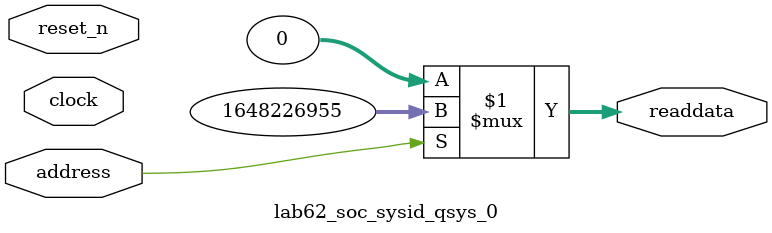
<source format=v>



// synthesis translate_off
`timescale 1ns / 1ps
// synthesis translate_on

// turn off superfluous verilog processor warnings 
// altera message_level Level1 
// altera message_off 10034 10035 10036 10037 10230 10240 10030 

module lab62_soc_sysid_qsys_0 (
               // inputs:
                address,
                clock,
                reset_n,

               // outputs:
                readdata
             )
;

  output  [ 31: 0] readdata;
  input            address;
  input            clock;
  input            reset_n;

  wire    [ 31: 0] readdata;
  //control_slave, which is an e_avalon_slave
  assign readdata = address ? 1648226955 : 0;

endmodule



</source>
